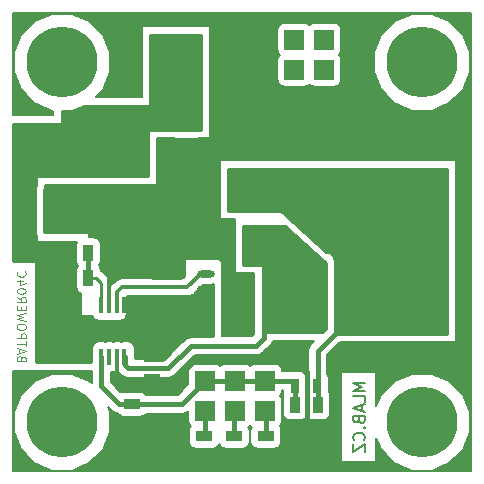
<source format=gbr>
G04 This is an RS-274x file exported by *
G04 gerbv version 2.6.1 *
G04 More information is available about gerbv at *
G04 http://gerbv.geda-project.org/ *
G04 --End of header info--*
%MOIN*%
%FSLAX34Y34*%
%IPPOS*%
G04 --Define apertures--*
%ADD10C,0.0039*%
%ADD11C,0.0079*%
%ADD12R,0.0650X0.0650*%
%ADD13C,0.2362*%
%ADD14R,0.1181X0.2165*%
%ADD15R,0.1500X0.1500*%
%ADD16R,0.0984X0.1004*%
%ADD17R,0.0550X0.0350*%
%ADD18R,0.0350X0.0550*%
%ADD19R,0.1063X0.1004*%
%ADD20R,0.0709X0.0984*%
%ADD21R,0.0984X0.0709*%
%ADD22O,0.0580X0.0240*%
%ADD23R,0.0177X0.0571*%
%ADD24R,0.0276X0.0512*%
%ADD25C,0.0350*%
%ADD26C,0.0100*%
%ADD27C,0.0157*%
%ADD28C,0.0118*%
%ADD29C,0.0394*%
G04 --Start main section--*
G54D11*
G01X0012103Y0003309D02*
G01X0011709Y0003309D01*
G01X0011709Y0003309D02*
G01X0011991Y0003178D01*
G01X0011991Y0003178D02*
G01X0011709Y0003047D01*
G01X0011709Y0003047D02*
G01X0012103Y0003047D01*
G01X0012103Y0002672D02*
G01X0012103Y0002859D01*
G01X0012103Y0002859D02*
G01X0011709Y0002859D01*
G01X0011991Y0002559D02*
G01X0011991Y0002372D01*
G01X0012103Y0002597D02*
G01X0011709Y0002466D01*
G01X0011709Y0002466D02*
G01X0012103Y0002334D01*
G01X0011897Y0002072D02*
G01X0011916Y0002016D01*
G01X0011916Y0002016D02*
G01X0011934Y0001997D01*
G01X0011934Y0001997D02*
G01X0011972Y0001978D01*
G01X0011972Y0001978D02*
G01X0012028Y0001978D01*
G01X0012028Y0001978D02*
G01X0012066Y0001997D01*
G01X0012066Y0001997D02*
G01X0012084Y0002016D01*
G01X0012084Y0002016D02*
G01X0012103Y0002053D01*
G01X0012103Y0002053D02*
G01X0012103Y0002203D01*
G01X0012103Y0002203D02*
G01X0011709Y0002203D01*
G01X0011709Y0002203D02*
G01X0011709Y0002072D01*
G01X0011709Y0002072D02*
G01X0011728Y0002034D01*
G01X0011728Y0002034D02*
G01X0011747Y0002016D01*
G01X0011747Y0002016D02*
G01X0011784Y0001997D01*
G01X0011784Y0001997D02*
G01X0011822Y0001997D01*
G01X0011822Y0001997D02*
G01X0011859Y0002016D01*
G01X0011859Y0002016D02*
G01X0011878Y0002034D01*
G01X0011878Y0002034D02*
G01X0011897Y0002072D01*
G01X0011897Y0002072D02*
G01X0011897Y0002203D01*
G01X0012066Y0001809D02*
G01X0012084Y0001791D01*
G01X0012084Y0001791D02*
G01X0012103Y0001809D01*
G01X0012103Y0001809D02*
G01X0012084Y0001828D01*
G01X0012084Y0001828D02*
G01X0012066Y0001809D01*
G01X0012066Y0001809D02*
G01X0012103Y0001809D01*
G01X0012066Y0001397D02*
G01X0012084Y0001416D01*
G01X0012084Y0001416D02*
G01X0012103Y0001472D01*
G01X0012103Y0001472D02*
G01X0012103Y0001509D01*
G01X0012103Y0001509D02*
G01X0012084Y0001566D01*
G01X0012084Y0001566D02*
G01X0012047Y0001603D01*
G01X0012047Y0001603D02*
G01X0012009Y0001622D01*
G01X0012009Y0001622D02*
G01X0011934Y0001641D01*
G01X0011934Y0001641D02*
G01X0011878Y0001641D01*
G01X0011878Y0001641D02*
G01X0011803Y0001622D01*
G01X0011803Y0001622D02*
G01X0011766Y0001603D01*
G01X0011766Y0001603D02*
G01X0011728Y0001566D01*
G01X0011728Y0001566D02*
G01X0011709Y0001509D01*
G01X0011709Y0001509D02*
G01X0011709Y0001472D01*
G01X0011709Y0001472D02*
G01X0011728Y0001416D01*
G01X0011728Y0001416D02*
G01X0011747Y0001397D01*
G01X0011709Y0001266D02*
G01X0011709Y0001003D01*
G01X0011709Y0001003D02*
G01X0012103Y0001266D01*
G01X0012103Y0001266D02*
G01X0012103Y0001003D01*
G54D10*
G01X0000651Y0004121D02*
G01X0000637Y0004163D01*
G01X0000637Y0004163D02*
G01X0000623Y0004177D01*
G01X0000623Y0004177D02*
G01X0000595Y0004191D01*
G01X0000595Y0004191D02*
G01X0000553Y0004191D01*
G01X0000553Y0004191D02*
G01X0000525Y0004177D01*
G01X0000525Y0004177D02*
G01X0000510Y0004163D01*
G01X0000510Y0004163D02*
G01X0000496Y0004135D01*
G01X0000496Y0004135D02*
G01X0000496Y0004023D01*
G01X0000496Y0004023D02*
G01X0000792Y0004023D01*
G01X0000792Y0004023D02*
G01X0000792Y0004121D01*
G01X0000792Y0004121D02*
G01X0000778Y0004149D01*
G01X0000778Y0004149D02*
G01X0000764Y0004163D01*
G01X0000764Y0004163D02*
G01X0000735Y0004177D01*
G01X0000735Y0004177D02*
G01X0000707Y0004177D01*
G01X0000707Y0004177D02*
G01X0000679Y0004163D01*
G01X0000679Y0004163D02*
G01X0000665Y0004149D01*
G01X0000665Y0004149D02*
G01X0000651Y0004121D01*
G01X0000651Y0004121D02*
G01X0000651Y0004023D01*
G01X0000581Y0004304D02*
G01X0000581Y0004444D01*
G01X0000496Y0004276D02*
G01X0000792Y0004374D01*
G01X0000792Y0004374D02*
G01X0000496Y0004472D01*
G01X0000792Y0004529D02*
G01X0000792Y0004697D01*
G01X0000496Y0004613D02*
G01X0000792Y0004613D01*
G01X0000496Y0004796D02*
G01X0000792Y0004796D01*
G01X0000792Y0004796D02*
G01X0000792Y0004908D01*
G01X0000792Y0004908D02*
G01X0000778Y0004936D01*
G01X0000778Y0004936D02*
G01X0000764Y0004951D01*
G01X0000764Y0004951D02*
G01X0000735Y0004965D01*
G01X0000735Y0004965D02*
G01X0000693Y0004965D01*
G01X0000693Y0004965D02*
G01X0000665Y0004951D01*
G01X0000665Y0004951D02*
G01X0000651Y0004936D01*
G01X0000651Y0004936D02*
G01X0000637Y0004908D01*
G01X0000637Y0004908D02*
G01X0000637Y0004796D01*
G01X0000792Y0005147D02*
G01X0000792Y0005204D01*
G01X0000792Y0005204D02*
G01X0000778Y0005232D01*
G01X0000778Y0005232D02*
G01X0000750Y0005260D01*
G01X0000750Y0005260D02*
G01X0000693Y0005274D01*
G01X0000693Y0005274D02*
G01X0000595Y0005274D01*
G01X0000595Y0005274D02*
G01X0000539Y0005260D01*
G01X0000539Y0005260D02*
G01X0000510Y0005232D01*
G01X0000510Y0005232D02*
G01X0000496Y0005204D01*
G01X0000496Y0005204D02*
G01X0000496Y0005147D01*
G01X0000496Y0005147D02*
G01X0000510Y0005119D01*
G01X0000510Y0005119D02*
G01X0000539Y0005091D01*
G01X0000539Y0005091D02*
G01X0000595Y0005077D01*
G01X0000595Y0005077D02*
G01X0000693Y0005077D01*
G01X0000693Y0005077D02*
G01X0000750Y0005091D01*
G01X0000750Y0005091D02*
G01X0000778Y0005119D01*
G01X0000778Y0005119D02*
G01X0000792Y0005147D01*
G01X0000792Y0005372D02*
G01X0000496Y0005443D01*
G01X0000496Y0005443D02*
G01X0000707Y0005499D01*
G01X0000707Y0005499D02*
G01X0000496Y0005555D01*
G01X0000496Y0005555D02*
G01X0000792Y0005625D01*
G01X0000651Y0005738D02*
G01X0000651Y0005836D01*
G01X0000496Y0005879D02*
G01X0000496Y0005738D01*
G01X0000496Y0005738D02*
G01X0000792Y0005738D01*
G01X0000792Y0005738D02*
G01X0000792Y0005879D01*
G01X0000496Y0006174D02*
G01X0000637Y0006075D01*
G01X0000496Y0006005D02*
G01X0000792Y0006005D01*
G01X0000792Y0006005D02*
G01X0000792Y0006118D01*
G01X0000792Y0006118D02*
G01X0000778Y0006146D01*
G01X0000778Y0006146D02*
G01X0000764Y0006160D01*
G01X0000764Y0006160D02*
G01X0000735Y0006174D01*
G01X0000735Y0006174D02*
G01X0000693Y0006174D01*
G01X0000693Y0006174D02*
G01X0000665Y0006160D01*
G01X0000665Y0006160D02*
G01X0000651Y0006146D01*
G01X0000651Y0006146D02*
G01X0000637Y0006118D01*
G01X0000637Y0006118D02*
G01X0000637Y0006005D01*
G01X0000792Y0006357D02*
G01X0000792Y0006385D01*
G01X0000792Y0006385D02*
G01X0000778Y0006413D01*
G01X0000778Y0006413D02*
G01X0000764Y0006427D01*
G01X0000764Y0006427D02*
G01X0000735Y0006441D01*
G01X0000735Y0006441D02*
G01X0000679Y0006455D01*
G01X0000679Y0006455D02*
G01X0000609Y0006455D01*
G01X0000609Y0006455D02*
G01X0000553Y0006441D01*
G01X0000553Y0006441D02*
G01X0000525Y0006427D01*
G01X0000525Y0006427D02*
G01X0000510Y0006413D01*
G01X0000510Y0006413D02*
G01X0000496Y0006385D01*
G01X0000496Y0006385D02*
G01X0000496Y0006357D01*
G01X0000496Y0006357D02*
G01X0000510Y0006328D01*
G01X0000510Y0006328D02*
G01X0000525Y0006314D01*
G01X0000525Y0006314D02*
G01X0000553Y0006300D01*
G01X0000553Y0006300D02*
G01X0000609Y0006286D01*
G01X0000609Y0006286D02*
G01X0000679Y0006286D01*
G01X0000679Y0006286D02*
G01X0000735Y0006300D01*
G01X0000735Y0006300D02*
G01X0000764Y0006314D01*
G01X0000764Y0006314D02*
G01X0000778Y0006328D01*
G01X0000778Y0006328D02*
G01X0000792Y0006357D01*
G01X0000693Y0006708D02*
G01X0000496Y0006708D01*
G01X0000806Y0006638D02*
G01X0000595Y0006568D01*
G01X0000595Y0006568D02*
G01X0000595Y0006750D01*
G01X0000525Y0007032D02*
G01X0000510Y0007017D01*
G01X0000510Y0007017D02*
G01X0000496Y0006975D01*
G01X0000496Y0006975D02*
G01X0000496Y0006947D01*
G01X0000496Y0006947D02*
G01X0000510Y0006905D01*
G01X0000510Y0006905D02*
G01X0000539Y0006877D01*
G01X0000539Y0006877D02*
G01X0000567Y0006863D01*
G01X0000567Y0006863D02*
G01X0000623Y0006849D01*
G01X0000623Y0006849D02*
G01X0000665Y0006849D01*
G01X0000665Y0006849D02*
G01X0000721Y0006863D01*
G01X0000721Y0006863D02*
G01X0000750Y0006877D01*
G01X0000750Y0006877D02*
G01X0000778Y0006905D01*
G01X0000778Y0006905D02*
G01X0000792Y0006947D01*
G01X0000792Y0006947D02*
G01X0000792Y0006975D01*
G01X0000792Y0006975D02*
G01X0000778Y0007017D01*
G01X0000778Y0007017D02*
G01X0000764Y0007032D01*
G54D12*
G01X0006250Y0013550D03*
G01X0006250Y0014550D03*
G01X0004250Y0013550D03*
G01X0005250Y0013550D03*
G01X0007250Y0013550D03*
G01X0007250Y0014550D03*
G01X0005250Y0014550D03*
G01X0004250Y0014550D03*
G01X0008775Y0002375D03*
G01X0008775Y0003375D03*
G01X0007775Y0002375D03*
G01X0007775Y0003375D03*
G01X0006775Y0002375D03*
G01X0006775Y0003375D03*
G01X0009750Y0014747D03*
G01X0009750Y0013747D03*
G01X0011750Y0014747D03*
G01X0010750Y0014747D03*
G01X0008750Y0014747D03*
G01X0008750Y0013747D03*
G01X0010750Y0013747D03*
G01X0011750Y0013747D03*
G54D13*
G01X0014000Y0002000D03*
G01X0002000Y0014000D03*
G01X0002000Y0002000D03*
G01X0014000Y0014000D03*
G54D14*
G01X0010231Y0006347D03*
G01X0014169Y0006347D03*
G54D15*
G01X0013869Y0011650D03*
G01X0011900Y0011650D03*
G01X0013869Y0009675D03*
G01X0011900Y0009675D03*
G01X0002106Y0011025D03*
G01X0004075Y0011025D03*
G01X0002106Y0009050D03*
G01X0004075Y0009050D03*
G54D16*
G01X0005500Y0007244D03*
G01X0005500Y0005256D03*
G54D17*
G01X0005000Y0004175D03*
G01X0005000Y0003425D03*
G54D18*
G01X0002125Y0006800D03*
G01X0002875Y0006800D03*
G01X0010525Y0002577D03*
G01X0009775Y0002577D03*
G54D17*
G01X0004325Y0002600D03*
G01X0004325Y0001850D03*
G54D19*
G01X0010100Y0012200D03*
G01X0010100Y0009700D03*
G01X0008150Y0012250D03*
G01X0008150Y0009750D03*
G54D20*
G01X0006150Y0010613D03*
G01X0006150Y0012187D03*
G54D21*
G01X0007013Y0008150D03*
G01X0008587Y0008150D03*
G54D22*
G01X0006800Y0005450D03*
G01X0006800Y0005950D03*
G01X0006800Y0006450D03*
G01X0006800Y0006950D03*
G01X0009000Y0006950D03*
G01X0009000Y0006450D03*
G01X0009000Y0005950D03*
G01X0009000Y0005450D03*
G54D18*
G01X0002125Y0007650D03*
G01X0002875Y0007650D03*
G54D17*
G01X0007750Y0001525D03*
G01X0007750Y0000775D03*
G01X0006750Y0001525D03*
G01X0006750Y0000775D03*
G01X0008800Y0001525D03*
G01X0008800Y0000775D03*
G54D23*
G01X0004084Y0004184D03*
G01X0003828Y0004184D03*
G01X0003572Y0004184D03*
G01X0003316Y0004184D03*
G01X0003316Y0005916D03*
G01X0003572Y0005916D03*
G01X0003828Y0005916D03*
G01X0004084Y0005916D03*
G54D24*
G01X0010504Y0003210D03*
G01X0009756Y0003210D03*
G54D25*
G01X0009480Y0004030D03*
G01X0010030Y0004570D03*
G01X0010020Y0004020D03*
G01X0007120Y0004090D03*
G01X0010171Y0001544D03*
G01X0011040Y0001520D03*
G01X0011120Y0004130D03*
G01X0012800Y0004200D03*
G01X0005580Y0003180D03*
G01X0004350Y0003210D03*
G01X0008600Y0011300D03*
G01X0007400Y0011200D03*
G01X0005400Y0009900D03*
G01X0005400Y0009200D03*
G01X0006500Y0009800D03*
G01X0006400Y0008900D03*
G01X0006200Y0008000D03*
G01X0005500Y0008200D03*
G01X0004300Y0007900D03*
G01X0004400Y0007200D03*
G01X0003700Y0006850D03*
G01X0003840Y0003390D03*
G01X0004390Y0001170D03*
G01X0005060Y0001780D03*
G01X0005850Y0001820D03*
G01X0005870Y0000800D03*
G01X0007250Y0000790D03*
G01X0008290Y0000800D03*
G01X0009328Y0000921D03*
G01X0007540Y0006610D03*
G01X0008150Y0006610D03*
G01X0007560Y0006010D03*
G01X0008150Y0006030D03*
G01X0007580Y0005380D03*
G01X0008130Y0005340D03*
G54D26*
G01X0009510Y0004030D02*
G01X0009480Y0004030D01*
G01X0009515Y0004035D02*
G01X0009510Y0004030D01*
G01X0007120Y0004090D02*
G01X0009420Y0004090D01*
G01X0010020Y0004020D02*
G01X0009530Y0004020D01*
G01X0009530Y0004020D02*
G01X0009515Y0004035D01*
G01X0009501Y0003879D02*
G01X0009515Y0003893D01*
G01X0009420Y0004090D02*
G01X0009480Y0004030D01*
G01X0009515Y0003893D02*
G01X0009515Y0004035D01*
G54D27*
G01X0010171Y0001544D02*
G01X0010171Y0003679D01*
G01X0010171Y0003679D02*
G01X0009971Y0003879D01*
G01X0009971Y0003879D02*
G01X0009501Y0003879D01*
G54D26*
G01X0005580Y0003180D02*
G01X0006490Y0004090D01*
G01X0006490Y0004090D02*
G01X0006873Y0004090D01*
G01X0006873Y0004090D02*
G01X0007120Y0004090D01*
G54D27*
G01X0010140Y0001170D02*
G01X0010171Y0001201D01*
G01X0009577Y0001170D02*
G01X0010140Y0001170D01*
G01X0010171Y0001201D02*
G01X0010171Y0001544D01*
G54D26*
G01X0011040Y0004050D02*
G01X0011120Y0004130D01*
G01X0011040Y0001520D02*
G01X0011040Y0004050D01*
G01X0003840Y0003390D02*
G01X0004170Y0003390D01*
G01X0004170Y0003390D02*
G01X0004350Y0003210D01*
G01X0006500Y0009800D02*
G01X0006500Y0010300D01*
G01X0006500Y0010300D02*
G01X0007400Y0011200D01*
G01X0005400Y0009900D02*
G01X0006400Y0009900D01*
G01X0006400Y0009900D02*
G01X0006500Y0009800D01*
G01X0006500Y0009800D02*
G01X0005900Y0009200D01*
G01X0005900Y0009200D02*
G01X0005400Y0009200D01*
G01X0006200Y0008000D02*
G01X0006200Y0008700D01*
G01X0006200Y0008700D02*
G01X0006400Y0008900D01*
G01X0004300Y0007900D02*
G01X0005200Y0007900D01*
G01X0005200Y0007900D02*
G01X0005500Y0008200D01*
G01X0003700Y0006850D02*
G01X0004050Y0006850D01*
G01X0004050Y0006850D02*
G01X0004400Y0007200D01*
G54D28*
G01X0003572Y0005916D02*
G01X0003572Y0006722D01*
G01X0003572Y0006722D02*
G01X0003700Y0006850D01*
G01X0003572Y0005916D02*
G01X0003572Y0008547D01*
G01X0003572Y0008547D02*
G01X0004075Y0009050D01*
G01X0003828Y0003422D02*
G01X0003831Y0003425D01*
G01X0003831Y0003425D02*
G01X0005000Y0003425D01*
G01X0003828Y0004184D02*
G01X0003828Y0003422D01*
G01X0003840Y0003410D02*
G01X0003840Y0003390D01*
G01X0003828Y0003422D02*
G01X0003840Y0003410D01*
G54D27*
G01X0009182Y0000775D02*
G01X0009577Y0001170D01*
G01X0008750Y0000775D02*
G01X0009182Y0000775D01*
G54D26*
G01X0004325Y0001235D02*
G01X0004390Y0001170D01*
G01X0004325Y0001850D02*
G01X0004325Y0001235D01*
G01X0005307Y0001780D02*
G01X0005397Y0001870D01*
G01X0005060Y0001780D02*
G01X0005307Y0001780D01*
G01X0005800Y0001870D02*
G01X0005850Y0001820D01*
G01X0005397Y0001870D02*
G01X0005800Y0001870D01*
G01X0007240Y0000800D02*
G01X0007250Y0000790D01*
G01X0005870Y0000800D02*
G01X0007240Y0000800D01*
G01X0009207Y0000800D02*
G01X0009328Y0000921D01*
G01X0008290Y0000800D02*
G01X0009207Y0000800D01*
G01X0007540Y0007169D02*
G01X0007540Y0006610D01*
G01X0007013Y0007696D02*
G01X0007540Y0007169D01*
G01X0007013Y0008150D02*
G01X0007013Y0007696D01*
G01X0008150Y0006600D02*
G01X0007560Y0006010D01*
G01X0008150Y0006610D02*
G01X0008150Y0006600D01*
G01X0008150Y0005950D02*
G01X0007580Y0005380D01*
G01X0008150Y0006030D02*
G01X0008150Y0005950D01*
G54D29*
G01X0005500Y0005256D02*
G01X0005500Y0004360D01*
G01X0005500Y0004360D02*
G01X0005333Y0004194D01*
G01X0005333Y0004194D02*
G01X0005000Y0004194D01*
G54D28*
G01X0004084Y0005916D02*
G01X0004850Y0005916D01*
G01X0004850Y0005916D02*
G01X0005500Y0005266D01*
G01X0005500Y0005266D02*
G01X0005500Y0005256D01*
G54D29*
G01X0006250Y0014550D02*
G01X0006250Y0012287D01*
G01X0006250Y0012287D02*
G01X0006150Y0012187D01*
G01X0006250Y0014550D02*
G01X0006250Y0013550D01*
G01X0005250Y0013550D02*
G01X0006250Y0013550D01*
G01X0005250Y0014550D02*
G01X0005250Y0013550D01*
G01X0003128Y0012197D02*
G01X0002081Y0011150D01*
G01X0005392Y0012197D02*
G01X0003128Y0012197D01*
G01X0005402Y0012187D02*
G01X0005392Y0012197D01*
G01X0006150Y0012187D02*
G01X0005402Y0012187D01*
G54D26*
G01X0003316Y0005916D02*
G01X0003316Y0006634D01*
G01X0003316Y0006634D02*
G01X0003150Y0006800D01*
G01X0003150Y0006800D02*
G01X0002875Y0006800D01*
G54D27*
G01X0002874Y0007650D02*
G01X0002874Y0006880D01*
G01X0010525Y0003250D02*
G01X0010525Y0002577D01*
G01X0010525Y0004375D02*
G01X0010525Y0003250D01*
G01X0010525Y0004375D02*
G01X0012300Y0006150D01*
G01X0012300Y0006150D02*
G01X0014169Y0006150D01*
G01X0008775Y0003375D02*
G01X0009650Y0003375D01*
G01X0006775Y0003375D02*
G01X0008775Y0003375D01*
G01X0006775Y0003375D02*
G01X0007775Y0003375D01*
G01X0004325Y0002600D02*
G01X0006000Y0002600D01*
G01X0006000Y0002600D02*
G01X0006775Y0003375D01*
G01X0004325Y0002600D02*
G01X0003893Y0002600D01*
G01X0003893Y0002600D02*
G01X0003305Y0003188D01*
G01X0003305Y0003188D02*
G01X0003305Y0003755D01*
G01X0003305Y0003755D02*
G01X0003305Y0004184D01*
G01X0009775Y0003250D02*
G01X0009775Y0002577D01*
G01X0009650Y0003375D02*
G01X0009775Y0003250D01*
G01X0004095Y0003905D02*
G01X0004095Y0004184D01*
G01X0004200Y0003800D02*
G01X0004095Y0003905D01*
G01X0004687Y0003800D02*
G01X0004200Y0003800D01*
G01X0008967Y0005140D02*
G01X0009000Y0005173D01*
G01X0008730Y0005140D02*
G01X0008967Y0005140D01*
G01X0009000Y0005173D02*
G01X0009000Y0005450D01*
G01X0008730Y0004810D02*
G01X0008730Y0005140D01*
G01X0008466Y0004546D02*
G01X0008730Y0004810D01*
G01X0006294Y0004546D02*
G01X0008466Y0004546D01*
G01X0005548Y0003800D02*
G01X0006294Y0004546D01*
G01X0004687Y0003800D02*
G01X0005548Y0003800D01*
G01X0008800Y0001525D02*
G01X0008800Y0002350D01*
G01X0008800Y0002350D02*
G01X0008775Y0002375D01*
G01X0007750Y0001525D02*
G01X0007750Y0002350D01*
G01X0007750Y0002350D02*
G01X0007775Y0002375D01*
G01X0006775Y0002375D02*
G01X0006775Y0001550D01*
G01X0006775Y0001550D02*
G01X0006750Y0001525D01*
G54D28*
G01X0006180Y0006500D02*
G01X0004007Y0006500D01*
G01X0004007Y0006500D02*
G01X0003828Y0006321D01*
G01X0003828Y0006321D02*
G01X0003828Y0006320D01*
G01X0003828Y0006320D02*
G01X0003828Y0005916D01*
G01X0006630Y0006950D02*
G01X0006180Y0006500D01*
G54D27*
G01X0006630Y0006950D02*
G01X0006800Y0006950D01*
G54D26*
G36*
G01X0010800Y0005115D02*
G01X0010685Y0005000D01*
G01X0008700Y0005000D01*
G01X0008700Y0007250D01*
G01X0008050Y0007250D01*
G01X0008050Y0008550D01*
G01X0009422Y0008550D01*
G01X0010800Y0007290D01*
G01X0010800Y0005115D01*
G01X0010800Y0005115D01*
G37*
G01X0010800Y0005115D02*
G01X0010685Y0005000D01*
G01X0010685Y0005000D02*
G01X0008700Y0005000D01*
G01X0008700Y0005000D02*
G01X0008700Y0007250D01*
G01X0008700Y0007250D02*
G01X0008050Y0007250D01*
G01X0008050Y0007250D02*
G01X0008050Y0008550D01*
G01X0008050Y0008550D02*
G01X0009422Y0008550D01*
G01X0009422Y0008550D02*
G01X0010800Y0007290D01*
G01X0010800Y0007290D02*
G01X0010800Y0005115D01*
G36*
G01X0014850Y0004950D02*
G01X0012050Y0004950D01*
G01X0011100Y0004950D01*
G01X0011100Y0007422D01*
G01X0011074Y0007446D01*
G01X0011058Y0007525D01*
G01X0011003Y0007609D01*
G01X0010920Y0007665D01*
G01X0010822Y0007684D01*
G01X0010813Y0007684D01*
G01X0009319Y0009050D01*
G01X0007550Y0009050D01*
G01X0007550Y0010450D01*
G01X0010800Y0010450D01*
G01X0014800Y0010450D01*
G01X0014850Y0010450D01*
G01X0014850Y0004950D01*
G01X0014850Y0004950D01*
G37*
G01X0014850Y0004950D02*
G01X0012050Y0004950D01*
G01X0012050Y0004950D02*
G01X0011100Y0004950D01*
G01X0011100Y0004950D02*
G01X0011100Y0007422D01*
G01X0011100Y0007422D02*
G01X0011074Y0007446D01*
G01X0011074Y0007446D02*
G01X0011058Y0007525D01*
G01X0011058Y0007525D02*
G01X0011003Y0007609D01*
G01X0011003Y0007609D02*
G01X0010920Y0007665D01*
G01X0010920Y0007665D02*
G01X0010822Y0007684D01*
G01X0010822Y0007684D02*
G01X0010813Y0007684D01*
G01X0010813Y0007684D02*
G01X0009319Y0009050D01*
G01X0009319Y0009050D02*
G01X0007550Y0009050D01*
G01X0007550Y0009050D02*
G01X0007550Y0010450D01*
G01X0007550Y0010450D02*
G01X0010800Y0010450D01*
G01X0010800Y0010450D02*
G01X0014800Y0010450D01*
G01X0014800Y0010450D02*
G01X0014850Y0010450D01*
G01X0014850Y0010450D02*
G01X0014850Y0004950D01*
G54D11*
G36*
G01X0010411Y0004711D02*
G01X0010300Y0004600D01*
G01X0010231Y0004497D01*
G01X0010207Y0004375D01*
G01X0010207Y0003648D01*
G01X0010195Y0003640D01*
G01X0010141Y0003560D01*
G01X0010130Y0003506D01*
G01X0010120Y0003557D01*
G01X0010067Y0003637D01*
G01X0009988Y0003691D01*
G01X0009894Y0003710D01*
G01X0009618Y0003710D01*
G01X0009531Y0003693D01*
G01X0009344Y0003693D01*
G01X0009344Y0003700D01*
G01X0009326Y0003791D01*
G01X0009274Y0003871D01*
G01X0009194Y0003925D01*
G01X0009100Y0003944D01*
G01X0008450Y0003944D01*
G01X0008359Y0003926D01*
G01X0008279Y0003874D01*
G01X0008275Y0003869D01*
G01X0008274Y0003871D01*
G01X0008194Y0003925D01*
G01X0008100Y0003944D01*
G01X0007450Y0003944D01*
G01X0007359Y0003926D01*
G01X0007279Y0003874D01*
G01X0007275Y0003869D01*
G01X0007274Y0003871D01*
G01X0007194Y0003925D01*
G01X0007100Y0003944D01*
G01X0006450Y0003944D01*
G01X0006359Y0003926D01*
G01X0006279Y0003874D01*
G01X0006225Y0003794D01*
G01X0006206Y0003700D01*
G01X0006206Y0003256D01*
G01X0005868Y0002918D01*
G01X0004792Y0002918D01*
G01X0004774Y0002946D01*
G01X0004694Y0003000D01*
G01X0004600Y0003019D01*
G01X0004050Y0003019D01*
G01X0003959Y0003001D01*
G01X0003948Y0002994D01*
G01X0003623Y0003320D01*
G01X0003623Y0003654D01*
G01X0003661Y0003654D01*
G01X0003752Y0003672D01*
G01X0003811Y0003711D01*
G01X0003846Y0003711D01*
G01X0003853Y0003706D01*
G01X0003870Y0003680D01*
G01X0003975Y0003575D01*
G01X0003975Y0003575D01*
G01X0004044Y0003529D01*
G01X0004078Y0003506D01*
G01X0004078Y0003506D01*
G01X0004200Y0003482D01*
G01X0004687Y0003482D01*
G01X0005548Y0003482D01*
G01X0005670Y0003506D01*
G01X0005670Y0003506D01*
G01X0005773Y0003575D01*
G01X0006426Y0004228D01*
G01X0008466Y0004228D01*
G01X0008588Y0004252D01*
G01X0008588Y0004252D01*
G01X0008691Y0004321D01*
G01X0008955Y0004585D01*
G01X0009024Y0004688D01*
G01X0009024Y0004688D01*
G01X0009028Y0004708D01*
G01X0009028Y0004711D01*
G01X0010411Y0004711D01*
G01X0010411Y0004711D01*
G37*
G01X0010411Y0004711D02*
G01X0010300Y0004600D01*
G01X0010300Y0004600D02*
G01X0010231Y0004497D01*
G01X0010231Y0004497D02*
G01X0010207Y0004375D01*
G01X0010207Y0004375D02*
G01X0010207Y0003648D01*
G01X0010207Y0003648D02*
G01X0010195Y0003640D01*
G01X0010195Y0003640D02*
G01X0010141Y0003560D01*
G01X0010141Y0003560D02*
G01X0010130Y0003506D01*
G01X0010130Y0003506D02*
G01X0010120Y0003557D01*
G01X0010120Y0003557D02*
G01X0010067Y0003637D01*
G01X0010067Y0003637D02*
G01X0009988Y0003691D01*
G01X0009988Y0003691D02*
G01X0009894Y0003710D01*
G01X0009894Y0003710D02*
G01X0009618Y0003710D01*
G01X0009618Y0003710D02*
G01X0009531Y0003693D01*
G01X0009531Y0003693D02*
G01X0009344Y0003693D01*
G01X0009344Y0003693D02*
G01X0009344Y0003700D01*
G01X0009344Y0003700D02*
G01X0009326Y0003791D01*
G01X0009326Y0003791D02*
G01X0009274Y0003871D01*
G01X0009274Y0003871D02*
G01X0009194Y0003925D01*
G01X0009194Y0003925D02*
G01X0009100Y0003944D01*
G01X0009100Y0003944D02*
G01X0008450Y0003944D01*
G01X0008450Y0003944D02*
G01X0008359Y0003926D01*
G01X0008359Y0003926D02*
G01X0008279Y0003874D01*
G01X0008279Y0003874D02*
G01X0008275Y0003869D01*
G01X0008275Y0003869D02*
G01X0008274Y0003871D01*
G01X0008274Y0003871D02*
G01X0008194Y0003925D01*
G01X0008194Y0003925D02*
G01X0008100Y0003944D01*
G01X0008100Y0003944D02*
G01X0007450Y0003944D01*
G01X0007450Y0003944D02*
G01X0007359Y0003926D01*
G01X0007359Y0003926D02*
G01X0007279Y0003874D01*
G01X0007279Y0003874D02*
G01X0007275Y0003869D01*
G01X0007275Y0003869D02*
G01X0007274Y0003871D01*
G01X0007274Y0003871D02*
G01X0007194Y0003925D01*
G01X0007194Y0003925D02*
G01X0007100Y0003944D01*
G01X0007100Y0003944D02*
G01X0006450Y0003944D01*
G01X0006450Y0003944D02*
G01X0006359Y0003926D01*
G01X0006359Y0003926D02*
G01X0006279Y0003874D01*
G01X0006279Y0003874D02*
G01X0006225Y0003794D01*
G01X0006225Y0003794D02*
G01X0006206Y0003700D01*
G01X0006206Y0003700D02*
G01X0006206Y0003256D01*
G01X0006206Y0003256D02*
G01X0005868Y0002918D01*
G01X0005868Y0002918D02*
G01X0004792Y0002918D01*
G01X0004792Y0002918D02*
G01X0004774Y0002946D01*
G01X0004774Y0002946D02*
G01X0004694Y0003000D01*
G01X0004694Y0003000D02*
G01X0004600Y0003019D01*
G01X0004600Y0003019D02*
G01X0004050Y0003019D01*
G01X0004050Y0003019D02*
G01X0003959Y0003001D01*
G01X0003959Y0003001D02*
G01X0003948Y0002994D01*
G01X0003948Y0002994D02*
G01X0003623Y0003320D01*
G01X0003623Y0003320D02*
G01X0003623Y0003654D01*
G01X0003623Y0003654D02*
G01X0003661Y0003654D01*
G01X0003661Y0003654D02*
G01X0003752Y0003672D01*
G01X0003752Y0003672D02*
G01X0003811Y0003711D01*
G01X0003811Y0003711D02*
G01X0003846Y0003711D01*
G01X0003846Y0003711D02*
G01X0003853Y0003706D01*
G01X0003853Y0003706D02*
G01X0003870Y0003680D01*
G01X0003870Y0003680D02*
G01X0003975Y0003575D01*
G01X0003975Y0003575D02*
G01X0003975Y0003575D01*
G01X0003975Y0003575D02*
G01X0004044Y0003529D01*
G01X0004044Y0003529D02*
G01X0004078Y0003506D01*
G01X0004078Y0003506D02*
G01X0004078Y0003506D01*
G01X0004078Y0003506D02*
G01X0004200Y0003482D01*
G01X0004200Y0003482D02*
G01X0004687Y0003482D01*
G01X0004687Y0003482D02*
G01X0005548Y0003482D01*
G01X0005548Y0003482D02*
G01X0005670Y0003506D01*
G01X0005670Y0003506D02*
G01X0005670Y0003506D01*
G01X0005670Y0003506D02*
G01X0005773Y0003575D01*
G01X0005773Y0003575D02*
G01X0006426Y0004228D01*
G01X0006426Y0004228D02*
G01X0008466Y0004228D01*
G01X0008466Y0004228D02*
G01X0008588Y0004252D01*
G01X0008588Y0004252D02*
G01X0008588Y0004252D01*
G01X0008588Y0004252D02*
G01X0008691Y0004321D01*
G01X0008691Y0004321D02*
G01X0008955Y0004585D01*
G01X0008955Y0004585D02*
G01X0009024Y0004688D01*
G01X0009024Y0004688D02*
G01X0009024Y0004688D01*
G01X0009024Y0004688D02*
G01X0009028Y0004708D01*
G01X0009028Y0004708D02*
G01X0009028Y0004711D01*
G01X0009028Y0004711D02*
G01X0010411Y0004711D01*
G36*
G01X0015640Y0000360D02*
G01X0015614Y0000360D01*
G01X0015614Y0002320D01*
G01X0015614Y0014320D01*
G01X0015369Y0014913D01*
G01X0014916Y0015368D01*
G01X0014322Y0015614D01*
G01X0013680Y0015614D01*
G01X0013087Y0015369D01*
G01X0012632Y0014916D01*
G01X0012386Y0014322D01*
G01X0012386Y0013680D01*
G01X0012631Y0013087D01*
G01X0013084Y0012632D01*
G01X0013678Y0012386D01*
G01X0014320Y0012386D01*
G01X0014913Y0012631D01*
G01X0015368Y0013084D01*
G01X0015614Y0013678D01*
G01X0015614Y0014320D01*
G01X0015614Y0002320D01*
G01X0015369Y0002913D01*
G01X0014916Y0003368D01*
G01X0014322Y0003614D01*
G01X0013680Y0003614D01*
G01X0013087Y0003369D01*
G01X0012632Y0002916D01*
G01X0012479Y0002547D01*
G01X0012479Y0003682D01*
G01X0011292Y0003682D01*
G01X0011292Y0000668D01*
G01X0012479Y0000668D01*
G01X0012479Y0001453D01*
G01X0012631Y0001087D01*
G01X0013084Y0000632D01*
G01X0013678Y0000386D01*
G01X0014320Y0000386D01*
G01X0014913Y0000631D01*
G01X0015368Y0001084D01*
G01X0015614Y0001678D01*
G01X0015614Y0002320D01*
G01X0015614Y0000360D01*
G01X0000360Y0000360D01*
G01X0000360Y0003693D01*
G01X0001135Y0003693D01*
G01X0001135Y0003711D01*
G01X0002987Y0003711D01*
G01X0002987Y0003296D01*
G01X0002916Y0003368D01*
G01X0002322Y0003614D01*
G01X0001680Y0003614D01*
G01X0001087Y0003369D01*
G01X0000632Y0002916D01*
G01X0000386Y0002322D01*
G01X0000386Y0001680D01*
G01X0000631Y0001087D01*
G01X0001084Y0000632D01*
G01X0001678Y0000386D01*
G01X0002320Y0000386D01*
G01X0002913Y0000631D01*
G01X0003368Y0001084D01*
G01X0003614Y0001678D01*
G01X0003614Y0002320D01*
G01X0003538Y0002505D01*
G01X0003668Y0002375D01*
G01X0003771Y0002306D01*
G01X0003771Y0002306D01*
G01X0003791Y0002302D01*
G01X0003852Y0002290D01*
G01X0003876Y0002254D01*
G01X0003956Y0002200D01*
G01X0004050Y0002181D01*
G01X0004600Y0002181D01*
G01X0004691Y0002199D01*
G01X0004771Y0002251D01*
G01X0004792Y0002282D01*
G01X0006000Y0002282D01*
G01X0006122Y0002306D01*
G01X0006122Y0002306D01*
G01X0006206Y0002362D01*
G01X0006206Y0002050D01*
G01X0006224Y0001959D01*
G01X0006276Y0001879D01*
G01X0006297Y0001864D01*
G01X0006250Y0001794D01*
G01X0006231Y0001700D01*
G01X0006231Y0001350D01*
G01X0006249Y0001259D01*
G01X0006301Y0001179D01*
G01X0006381Y0001125D01*
G01X0006475Y0001106D01*
G01X0007025Y0001106D01*
G01X0007116Y0001124D01*
G01X0007196Y0001176D01*
G01X0007250Y0001256D01*
G01X0007250Y0001256D01*
G01X0007301Y0001179D01*
G01X0007381Y0001125D01*
G01X0007475Y0001106D01*
G01X0008025Y0001106D01*
G01X0008116Y0001124D01*
G01X0008196Y0001176D01*
G01X0008250Y0001256D01*
G01X0008269Y0001350D01*
G01X0008269Y0001700D01*
G01X0008251Y0001791D01*
G01X0008218Y0001841D01*
G01X0008271Y0001876D01*
G01X0008275Y0001881D01*
G01X0008276Y0001879D01*
G01X0008332Y0001841D01*
G01X0008300Y0001794D01*
G01X0008281Y0001700D01*
G01X0008281Y0001350D01*
G01X0008299Y0001259D01*
G01X0008351Y0001179D01*
G01X0008431Y0001125D01*
G01X0008525Y0001106D01*
G01X0009075Y0001106D01*
G01X0009166Y0001124D01*
G01X0009246Y0001176D01*
G01X0009300Y0001256D01*
G01X0009319Y0001350D01*
G01X0009319Y0001700D01*
G01X0009301Y0001791D01*
G01X0009253Y0001864D01*
G01X0009271Y0001876D01*
G01X0009325Y0001956D01*
G01X0009344Y0002050D01*
G01X0009344Y0002700D01*
G01X0009326Y0002791D01*
G01X0009274Y0002871D01*
G01X0009269Y0002875D01*
G01X0009271Y0002876D01*
G01X0009325Y0002956D01*
G01X0009344Y0003050D01*
G01X0009344Y0003057D01*
G01X0009374Y0003057D01*
G01X0009374Y0002954D01*
G01X0009376Y0002947D01*
G01X0009375Y0002946D01*
G01X0009356Y0002852D01*
G01X0009356Y0002302D01*
G01X0009374Y0002211D01*
G01X0009426Y0002130D01*
G01X0009506Y0002077D01*
G01X0009600Y0002058D01*
G01X0009950Y0002058D01*
G01X0010041Y0002075D01*
G01X0010121Y0002128D01*
G01X0010150Y0002170D01*
G01X0010176Y0002130D01*
G01X0010256Y0002077D01*
G01X0010350Y0002058D01*
G01X0010700Y0002058D01*
G01X0010791Y0002075D01*
G01X0010871Y0002128D01*
G01X0010925Y0002208D01*
G01X0010944Y0002302D01*
G01X0010944Y0002852D01*
G01X0010926Y0002943D01*
G01X0010886Y0003005D01*
G01X0010886Y0003466D01*
G01X0010868Y0003557D01*
G01X0010843Y0003595D01*
G01X0010843Y0004243D01*
G01X0011261Y0004661D01*
G01X0012050Y0004661D01*
G01X0015139Y0004661D01*
G01X0015139Y0010739D01*
G01X0014800Y0010739D01*
G01X0011319Y0010739D01*
G01X0011319Y0013422D01*
G01X0011319Y0014072D01*
G01X0011301Y0014163D01*
G01X0011249Y0014243D01*
G01X0011244Y0014247D01*
G01X0011246Y0014248D01*
G01X0011300Y0014328D01*
G01X0011319Y0014422D01*
G01X0011319Y0015072D01*
G01X0011301Y0015163D01*
G01X0011249Y0015243D01*
G01X0011169Y0015297D01*
G01X0011075Y0015316D01*
G01X0010425Y0015316D01*
G01X0010334Y0015298D01*
G01X0010254Y0015246D01*
G01X0010250Y0015241D01*
G01X0010249Y0015243D01*
G01X0010169Y0015297D01*
G01X0010075Y0015316D01*
G01X0009425Y0015316D01*
G01X0009334Y0015298D01*
G01X0009254Y0015246D01*
G01X0009200Y0015166D01*
G01X0009181Y0015072D01*
G01X0009181Y0014422D01*
G01X0009199Y0014331D01*
G01X0009251Y0014250D01*
G01X0009256Y0014247D01*
G01X0009254Y0014246D01*
G01X0009200Y0014166D01*
G01X0009181Y0014072D01*
G01X0009181Y0013422D01*
G01X0009199Y0013331D01*
G01X0009251Y0013250D01*
G01X0009331Y0013197D01*
G01X0009425Y0013178D01*
G01X0010075Y0013178D01*
G01X0010166Y0013195D01*
G01X0010246Y0013248D01*
G01X0010250Y0013253D01*
G01X0010251Y0013250D01*
G01X0010331Y0013197D01*
G01X0010425Y0013178D01*
G01X0011075Y0013178D01*
G01X0011166Y0013195D01*
G01X0011246Y0013248D01*
G01X0011300Y0013328D01*
G01X0011319Y0013422D01*
G01X0011319Y0010739D01*
G01X0010800Y0010739D01*
G01X0007261Y0010739D01*
G01X0007261Y0008761D01*
G01X0007761Y0008761D01*
G01X0007761Y0006961D01*
G01X0008411Y0006961D01*
G01X0008411Y0004941D01*
G01X0008335Y0004864D01*
G01X0007339Y0004864D01*
G01X0007339Y0005448D01*
G01X0007340Y0005450D01*
G01X0007339Y0005452D01*
G01X0007339Y0005948D01*
G01X0007340Y0005950D01*
G01X0007339Y0005952D01*
G01X0007339Y0006448D01*
G01X0007340Y0006450D01*
G01X0007339Y0006452D01*
G01X0007339Y0006948D01*
G01X0007340Y0006950D01*
G01X0007339Y0006952D01*
G01X0007339Y0007439D01*
G01X0006111Y0007439D01*
G01X0006111Y0006853D01*
G01X0006056Y0006798D01*
G01X0004007Y0006798D01*
G01X0003893Y0006776D01*
G01X0003796Y0006711D01*
G01X0003617Y0006532D01*
G01X0003606Y0006514D01*
G01X0003606Y0006634D01*
G01X0003583Y0006745D01*
G01X0003521Y0006838D01*
G01X0003521Y0006838D01*
G01X0003355Y0007005D01*
G01X0003294Y0007045D01*
G01X0003294Y0007075D01*
G01X0003276Y0007166D01*
G01X0003238Y0007225D01*
G01X0003275Y0007281D01*
G01X0003294Y0007375D01*
G01X0003294Y0007925D01*
G01X0003276Y0008016D01*
G01X0003224Y0008096D01*
G01X0003144Y0008150D01*
G01X0003050Y0008169D01*
G01X0002889Y0008169D01*
G01X0002889Y0008289D01*
G01X0001439Y0008289D01*
G01X0001439Y0009911D01*
G01X0005164Y0009911D01*
G01X0005164Y0011461D01*
G01X0005747Y0011461D01*
G01X0005796Y0011451D01*
G01X0006505Y0011451D01*
G01X0006554Y0011461D01*
G01X0006939Y0011461D01*
G01X0006939Y0015189D01*
G01X0004661Y0015189D01*
G01X0004661Y0012839D01*
G01X0003122Y0012839D01*
G01X0003368Y0013084D01*
G01X0003614Y0013678D01*
G01X0003614Y0014320D01*
G01X0003369Y0014913D01*
G01X0002916Y0015368D01*
G01X0002322Y0015614D01*
G01X0001680Y0015614D01*
G01X0001087Y0015369D01*
G01X0000632Y0014916D01*
G01X0000386Y0014322D01*
G01X0000386Y0013680D01*
G01X0000631Y0013087D01*
G01X0001084Y0012632D01*
G01X0001678Y0012386D01*
G01X0001711Y0012386D01*
G01X0001711Y0012239D01*
G01X0000360Y0012239D01*
G01X0000360Y0015640D01*
G01X0015640Y0015640D01*
G01X0015640Y0000360D01*
G01X0015640Y0000360D01*
G37*
G01X0015640Y0000360D02*
G01X0015614Y0000360D01*
G01X0015614Y0000360D02*
G01X0015614Y0002320D01*
G01X0015614Y0002320D02*
G01X0015614Y0014320D01*
G01X0015614Y0014320D02*
G01X0015369Y0014913D01*
G01X0015369Y0014913D02*
G01X0014916Y0015368D01*
G01X0014916Y0015368D02*
G01X0014322Y0015614D01*
G01X0014322Y0015614D02*
G01X0013680Y0015614D01*
G01X0013680Y0015614D02*
G01X0013087Y0015369D01*
G01X0013087Y0015369D02*
G01X0012632Y0014916D01*
G01X0012632Y0014916D02*
G01X0012386Y0014322D01*
G01X0012386Y0014322D02*
G01X0012386Y0013680D01*
G01X0012386Y0013680D02*
G01X0012631Y0013087D01*
G01X0012631Y0013087D02*
G01X0013084Y0012632D01*
G01X0013084Y0012632D02*
G01X0013678Y0012386D01*
G01X0013678Y0012386D02*
G01X0014320Y0012386D01*
G01X0014320Y0012386D02*
G01X0014913Y0012631D01*
G01X0014913Y0012631D02*
G01X0015368Y0013084D01*
G01X0015368Y0013084D02*
G01X0015614Y0013678D01*
G01X0015614Y0013678D02*
G01X0015614Y0014320D01*
G01X0015614Y0014320D02*
G01X0015614Y0002320D01*
G01X0015614Y0002320D02*
G01X0015369Y0002913D01*
G01X0015369Y0002913D02*
G01X0014916Y0003368D01*
G01X0014916Y0003368D02*
G01X0014322Y0003614D01*
G01X0014322Y0003614D02*
G01X0013680Y0003614D01*
G01X0013680Y0003614D02*
G01X0013087Y0003369D01*
G01X0013087Y0003369D02*
G01X0012632Y0002916D01*
G01X0012632Y0002916D02*
G01X0012479Y0002547D01*
G01X0012479Y0002547D02*
G01X0012479Y0003682D01*
G01X0012479Y0003682D02*
G01X0011292Y0003682D01*
G01X0011292Y0003682D02*
G01X0011292Y0000668D01*
G01X0011292Y0000668D02*
G01X0012479Y0000668D01*
G01X0012479Y0000668D02*
G01X0012479Y0001453D01*
G01X0012479Y0001453D02*
G01X0012631Y0001087D01*
G01X0012631Y0001087D02*
G01X0013084Y0000632D01*
G01X0013084Y0000632D02*
G01X0013678Y0000386D01*
G01X0013678Y0000386D02*
G01X0014320Y0000386D01*
G01X0014320Y0000386D02*
G01X0014913Y0000631D01*
G01X0014913Y0000631D02*
G01X0015368Y0001084D01*
G01X0015368Y0001084D02*
G01X0015614Y0001678D01*
G01X0015614Y0001678D02*
G01X0015614Y0002320D01*
G01X0015614Y0002320D02*
G01X0015614Y0000360D01*
G01X0015614Y0000360D02*
G01X0000360Y0000360D01*
G01X0000360Y0000360D02*
G01X0000360Y0003693D01*
G01X0000360Y0003693D02*
G01X0001135Y0003693D01*
G01X0001135Y0003693D02*
G01X0001135Y0003711D01*
G01X0001135Y0003711D02*
G01X0002987Y0003711D01*
G01X0002987Y0003711D02*
G01X0002987Y0003296D01*
G01X0002987Y0003296D02*
G01X0002916Y0003368D01*
G01X0002916Y0003368D02*
G01X0002322Y0003614D01*
G01X0002322Y0003614D02*
G01X0001680Y0003614D01*
G01X0001680Y0003614D02*
G01X0001087Y0003369D01*
G01X0001087Y0003369D02*
G01X0000632Y0002916D01*
G01X0000632Y0002916D02*
G01X0000386Y0002322D01*
G01X0000386Y0002322D02*
G01X0000386Y0001680D01*
G01X0000386Y0001680D02*
G01X0000631Y0001087D01*
G01X0000631Y0001087D02*
G01X0001084Y0000632D01*
G01X0001084Y0000632D02*
G01X0001678Y0000386D01*
G01X0001678Y0000386D02*
G01X0002320Y0000386D01*
G01X0002320Y0000386D02*
G01X0002913Y0000631D01*
G01X0002913Y0000631D02*
G01X0003368Y0001084D01*
G01X0003368Y0001084D02*
G01X0003614Y0001678D01*
G01X0003614Y0001678D02*
G01X0003614Y0002320D01*
G01X0003614Y0002320D02*
G01X0003538Y0002505D01*
G01X0003538Y0002505D02*
G01X0003668Y0002375D01*
G01X0003668Y0002375D02*
G01X0003771Y0002306D01*
G01X0003771Y0002306D02*
G01X0003771Y0002306D01*
G01X0003771Y0002306D02*
G01X0003791Y0002302D01*
G01X0003791Y0002302D02*
G01X0003852Y0002290D01*
G01X0003852Y0002290D02*
G01X0003876Y0002254D01*
G01X0003876Y0002254D02*
G01X0003956Y0002200D01*
G01X0003956Y0002200D02*
G01X0004050Y0002181D01*
G01X0004050Y0002181D02*
G01X0004600Y0002181D01*
G01X0004600Y0002181D02*
G01X0004691Y0002199D01*
G01X0004691Y0002199D02*
G01X0004771Y0002251D01*
G01X0004771Y0002251D02*
G01X0004792Y0002282D01*
G01X0004792Y0002282D02*
G01X0006000Y0002282D01*
G01X0006000Y0002282D02*
G01X0006122Y0002306D01*
G01X0006122Y0002306D02*
G01X0006122Y0002306D01*
G01X0006122Y0002306D02*
G01X0006206Y0002362D01*
G01X0006206Y0002362D02*
G01X0006206Y0002050D01*
G01X0006206Y0002050D02*
G01X0006224Y0001959D01*
G01X0006224Y0001959D02*
G01X0006276Y0001879D01*
G01X0006276Y0001879D02*
G01X0006297Y0001864D01*
G01X0006297Y0001864D02*
G01X0006250Y0001794D01*
G01X0006250Y0001794D02*
G01X0006231Y0001700D01*
G01X0006231Y0001700D02*
G01X0006231Y0001350D01*
G01X0006231Y0001350D02*
G01X0006249Y0001259D01*
G01X0006249Y0001259D02*
G01X0006301Y0001179D01*
G01X0006301Y0001179D02*
G01X0006381Y0001125D01*
G01X0006381Y0001125D02*
G01X0006475Y0001106D01*
G01X0006475Y0001106D02*
G01X0007025Y0001106D01*
G01X0007025Y0001106D02*
G01X0007116Y0001124D01*
G01X0007116Y0001124D02*
G01X0007196Y0001176D01*
G01X0007196Y0001176D02*
G01X0007250Y0001256D01*
G01X0007250Y0001256D02*
G01X0007250Y0001256D01*
G01X0007250Y0001256D02*
G01X0007301Y0001179D01*
G01X0007301Y0001179D02*
G01X0007381Y0001125D01*
G01X0007381Y0001125D02*
G01X0007475Y0001106D01*
G01X0007475Y0001106D02*
G01X0008025Y0001106D01*
G01X0008025Y0001106D02*
G01X0008116Y0001124D01*
G01X0008116Y0001124D02*
G01X0008196Y0001176D01*
G01X0008196Y0001176D02*
G01X0008250Y0001256D01*
G01X0008250Y0001256D02*
G01X0008269Y0001350D01*
G01X0008269Y0001350D02*
G01X0008269Y0001700D01*
G01X0008269Y0001700D02*
G01X0008251Y0001791D01*
G01X0008251Y0001791D02*
G01X0008218Y0001841D01*
G01X0008218Y0001841D02*
G01X0008271Y0001876D01*
G01X0008271Y0001876D02*
G01X0008275Y0001881D01*
G01X0008275Y0001881D02*
G01X0008276Y0001879D01*
G01X0008276Y0001879D02*
G01X0008332Y0001841D01*
G01X0008332Y0001841D02*
G01X0008300Y0001794D01*
G01X0008300Y0001794D02*
G01X0008281Y0001700D01*
G01X0008281Y0001700D02*
G01X0008281Y0001350D01*
G01X0008281Y0001350D02*
G01X0008299Y0001259D01*
G01X0008299Y0001259D02*
G01X0008351Y0001179D01*
G01X0008351Y0001179D02*
G01X0008431Y0001125D01*
G01X0008431Y0001125D02*
G01X0008525Y0001106D01*
G01X0008525Y0001106D02*
G01X0009075Y0001106D01*
G01X0009075Y0001106D02*
G01X0009166Y0001124D01*
G01X0009166Y0001124D02*
G01X0009246Y0001176D01*
G01X0009246Y0001176D02*
G01X0009300Y0001256D01*
G01X0009300Y0001256D02*
G01X0009319Y0001350D01*
G01X0009319Y0001350D02*
G01X0009319Y0001700D01*
G01X0009319Y0001700D02*
G01X0009301Y0001791D01*
G01X0009301Y0001791D02*
G01X0009253Y0001864D01*
G01X0009253Y0001864D02*
G01X0009271Y0001876D01*
G01X0009271Y0001876D02*
G01X0009325Y0001956D01*
G01X0009325Y0001956D02*
G01X0009344Y0002050D01*
G01X0009344Y0002050D02*
G01X0009344Y0002700D01*
G01X0009344Y0002700D02*
G01X0009326Y0002791D01*
G01X0009326Y0002791D02*
G01X0009274Y0002871D01*
G01X0009274Y0002871D02*
G01X0009269Y0002875D01*
G01X0009269Y0002875D02*
G01X0009271Y0002876D01*
G01X0009271Y0002876D02*
G01X0009325Y0002956D01*
G01X0009325Y0002956D02*
G01X0009344Y0003050D01*
G01X0009344Y0003050D02*
G01X0009344Y0003057D01*
G01X0009344Y0003057D02*
G01X0009374Y0003057D01*
G01X0009374Y0003057D02*
G01X0009374Y0002954D01*
G01X0009374Y0002954D02*
G01X0009376Y0002947D01*
G01X0009376Y0002947D02*
G01X0009375Y0002946D01*
G01X0009375Y0002946D02*
G01X0009356Y0002852D01*
G01X0009356Y0002852D02*
G01X0009356Y0002302D01*
G01X0009356Y0002302D02*
G01X0009374Y0002211D01*
G01X0009374Y0002211D02*
G01X0009426Y0002130D01*
G01X0009426Y0002130D02*
G01X0009506Y0002077D01*
G01X0009506Y0002077D02*
G01X0009600Y0002058D01*
G01X0009600Y0002058D02*
G01X0009950Y0002058D01*
G01X0009950Y0002058D02*
G01X0010041Y0002075D01*
G01X0010041Y0002075D02*
G01X0010121Y0002128D01*
G01X0010121Y0002128D02*
G01X0010150Y0002170D01*
G01X0010150Y0002170D02*
G01X0010176Y0002130D01*
G01X0010176Y0002130D02*
G01X0010256Y0002077D01*
G01X0010256Y0002077D02*
G01X0010350Y0002058D01*
G01X0010350Y0002058D02*
G01X0010700Y0002058D01*
G01X0010700Y0002058D02*
G01X0010791Y0002075D01*
G01X0010791Y0002075D02*
G01X0010871Y0002128D01*
G01X0010871Y0002128D02*
G01X0010925Y0002208D01*
G01X0010925Y0002208D02*
G01X0010944Y0002302D01*
G01X0010944Y0002302D02*
G01X0010944Y0002852D01*
G01X0010944Y0002852D02*
G01X0010926Y0002943D01*
G01X0010926Y0002943D02*
G01X0010886Y0003005D01*
G01X0010886Y0003005D02*
G01X0010886Y0003466D01*
G01X0010886Y0003466D02*
G01X0010868Y0003557D01*
G01X0010868Y0003557D02*
G01X0010843Y0003595D01*
G01X0010843Y0003595D02*
G01X0010843Y0004243D01*
G01X0010843Y0004243D02*
G01X0011261Y0004661D01*
G01X0011261Y0004661D02*
G01X0012050Y0004661D01*
G01X0012050Y0004661D02*
G01X0015139Y0004661D01*
G01X0015139Y0004661D02*
G01X0015139Y0010739D01*
G01X0015139Y0010739D02*
G01X0014800Y0010739D01*
G01X0014800Y0010739D02*
G01X0011319Y0010739D01*
G01X0011319Y0010739D02*
G01X0011319Y0013422D01*
G01X0011319Y0013422D02*
G01X0011319Y0014072D01*
G01X0011319Y0014072D02*
G01X0011301Y0014163D01*
G01X0011301Y0014163D02*
G01X0011249Y0014243D01*
G01X0011249Y0014243D02*
G01X0011244Y0014247D01*
G01X0011244Y0014247D02*
G01X0011246Y0014248D01*
G01X0011246Y0014248D02*
G01X0011300Y0014328D01*
G01X0011300Y0014328D02*
G01X0011319Y0014422D01*
G01X0011319Y0014422D02*
G01X0011319Y0015072D01*
G01X0011319Y0015072D02*
G01X0011301Y0015163D01*
G01X0011301Y0015163D02*
G01X0011249Y0015243D01*
G01X0011249Y0015243D02*
G01X0011169Y0015297D01*
G01X0011169Y0015297D02*
G01X0011075Y0015316D01*
G01X0011075Y0015316D02*
G01X0010425Y0015316D01*
G01X0010425Y0015316D02*
G01X0010334Y0015298D01*
G01X0010334Y0015298D02*
G01X0010254Y0015246D01*
G01X0010254Y0015246D02*
G01X0010250Y0015241D01*
G01X0010250Y0015241D02*
G01X0010249Y0015243D01*
G01X0010249Y0015243D02*
G01X0010169Y0015297D01*
G01X0010169Y0015297D02*
G01X0010075Y0015316D01*
G01X0010075Y0015316D02*
G01X0009425Y0015316D01*
G01X0009425Y0015316D02*
G01X0009334Y0015298D01*
G01X0009334Y0015298D02*
G01X0009254Y0015246D01*
G01X0009254Y0015246D02*
G01X0009200Y0015166D01*
G01X0009200Y0015166D02*
G01X0009181Y0015072D01*
G01X0009181Y0015072D02*
G01X0009181Y0014422D01*
G01X0009181Y0014422D02*
G01X0009199Y0014331D01*
G01X0009199Y0014331D02*
G01X0009251Y0014250D01*
G01X0009251Y0014250D02*
G01X0009256Y0014247D01*
G01X0009256Y0014247D02*
G01X0009254Y0014246D01*
G01X0009254Y0014246D02*
G01X0009200Y0014166D01*
G01X0009200Y0014166D02*
G01X0009181Y0014072D01*
G01X0009181Y0014072D02*
G01X0009181Y0013422D01*
G01X0009181Y0013422D02*
G01X0009199Y0013331D01*
G01X0009199Y0013331D02*
G01X0009251Y0013250D01*
G01X0009251Y0013250D02*
G01X0009331Y0013197D01*
G01X0009331Y0013197D02*
G01X0009425Y0013178D01*
G01X0009425Y0013178D02*
G01X0010075Y0013178D01*
G01X0010075Y0013178D02*
G01X0010166Y0013195D01*
G01X0010166Y0013195D02*
G01X0010246Y0013248D01*
G01X0010246Y0013248D02*
G01X0010250Y0013253D01*
G01X0010250Y0013253D02*
G01X0010251Y0013250D01*
G01X0010251Y0013250D02*
G01X0010331Y0013197D01*
G01X0010331Y0013197D02*
G01X0010425Y0013178D01*
G01X0010425Y0013178D02*
G01X0011075Y0013178D01*
G01X0011075Y0013178D02*
G01X0011166Y0013195D01*
G01X0011166Y0013195D02*
G01X0011246Y0013248D01*
G01X0011246Y0013248D02*
G01X0011300Y0013328D01*
G01X0011300Y0013328D02*
G01X0011319Y0013422D01*
G01X0011319Y0013422D02*
G01X0011319Y0010739D01*
G01X0011319Y0010739D02*
G01X0010800Y0010739D01*
G01X0010800Y0010739D02*
G01X0007261Y0010739D01*
G01X0007261Y0010739D02*
G01X0007261Y0008761D01*
G01X0007261Y0008761D02*
G01X0007761Y0008761D01*
G01X0007761Y0008761D02*
G01X0007761Y0006961D01*
G01X0007761Y0006961D02*
G01X0008411Y0006961D01*
G01X0008411Y0006961D02*
G01X0008411Y0004941D01*
G01X0008411Y0004941D02*
G01X0008335Y0004864D01*
G01X0008335Y0004864D02*
G01X0007339Y0004864D01*
G01X0007339Y0004864D02*
G01X0007339Y0005448D01*
G01X0007339Y0005448D02*
G01X0007340Y0005450D01*
G01X0007340Y0005450D02*
G01X0007339Y0005452D01*
G01X0007339Y0005452D02*
G01X0007339Y0005948D01*
G01X0007339Y0005948D02*
G01X0007340Y0005950D01*
G01X0007340Y0005950D02*
G01X0007339Y0005952D01*
G01X0007339Y0005952D02*
G01X0007339Y0006448D01*
G01X0007339Y0006448D02*
G01X0007340Y0006450D01*
G01X0007340Y0006450D02*
G01X0007339Y0006452D01*
G01X0007339Y0006452D02*
G01X0007339Y0006948D01*
G01X0007339Y0006948D02*
G01X0007340Y0006950D01*
G01X0007340Y0006950D02*
G01X0007339Y0006952D01*
G01X0007339Y0006952D02*
G01X0007339Y0007439D01*
G01X0007339Y0007439D02*
G01X0006111Y0007439D01*
G01X0006111Y0007439D02*
G01X0006111Y0006853D01*
G01X0006111Y0006853D02*
G01X0006056Y0006798D01*
G01X0006056Y0006798D02*
G01X0004007Y0006798D01*
G01X0004007Y0006798D02*
G01X0003893Y0006776D01*
G01X0003893Y0006776D02*
G01X0003796Y0006711D01*
G01X0003796Y0006711D02*
G01X0003617Y0006532D01*
G01X0003617Y0006532D02*
G01X0003606Y0006514D01*
G01X0003606Y0006514D02*
G01X0003606Y0006634D01*
G01X0003606Y0006634D02*
G01X0003583Y0006745D01*
G01X0003583Y0006745D02*
G01X0003521Y0006838D01*
G01X0003521Y0006838D02*
G01X0003521Y0006838D01*
G01X0003521Y0006838D02*
G01X0003355Y0007005D01*
G01X0003355Y0007005D02*
G01X0003294Y0007045D01*
G01X0003294Y0007045D02*
G01X0003294Y0007075D01*
G01X0003294Y0007075D02*
G01X0003276Y0007166D01*
G01X0003276Y0007166D02*
G01X0003238Y0007225D01*
G01X0003238Y0007225D02*
G01X0003275Y0007281D01*
G01X0003275Y0007281D02*
G01X0003294Y0007375D01*
G01X0003294Y0007375D02*
G01X0003294Y0007925D01*
G01X0003294Y0007925D02*
G01X0003276Y0008016D01*
G01X0003276Y0008016D02*
G01X0003224Y0008096D01*
G01X0003224Y0008096D02*
G01X0003144Y0008150D01*
G01X0003144Y0008150D02*
G01X0003050Y0008169D01*
G01X0003050Y0008169D02*
G01X0002889Y0008169D01*
G01X0002889Y0008169D02*
G01X0002889Y0008289D01*
G01X0002889Y0008289D02*
G01X0001439Y0008289D01*
G01X0001439Y0008289D02*
G01X0001439Y0009911D01*
G01X0001439Y0009911D02*
G01X0005164Y0009911D01*
G01X0005164Y0009911D02*
G01X0005164Y0011461D01*
G01X0005164Y0011461D02*
G01X0005747Y0011461D01*
G01X0005747Y0011461D02*
G01X0005796Y0011451D01*
G01X0005796Y0011451D02*
G01X0006505Y0011451D01*
G01X0006505Y0011451D02*
G01X0006554Y0011461D01*
G01X0006554Y0011461D02*
G01X0006939Y0011461D01*
G01X0006939Y0011461D02*
G01X0006939Y0015189D01*
G01X0006939Y0015189D02*
G01X0004661Y0015189D01*
G01X0004661Y0015189D02*
G01X0004661Y0012839D01*
G01X0004661Y0012839D02*
G01X0003122Y0012839D01*
G01X0003122Y0012839D02*
G01X0003368Y0013084D01*
G01X0003368Y0013084D02*
G01X0003614Y0013678D01*
G01X0003614Y0013678D02*
G01X0003614Y0014320D01*
G01X0003614Y0014320D02*
G01X0003369Y0014913D01*
G01X0003369Y0014913D02*
G01X0002916Y0015368D01*
G01X0002916Y0015368D02*
G01X0002322Y0015614D01*
G01X0002322Y0015614D02*
G01X0001680Y0015614D01*
G01X0001680Y0015614D02*
G01X0001087Y0015369D01*
G01X0001087Y0015369D02*
G01X0000632Y0014916D01*
G01X0000632Y0014916D02*
G01X0000386Y0014322D01*
G01X0000386Y0014322D02*
G01X0000386Y0013680D01*
G01X0000386Y0013680D02*
G01X0000631Y0013087D01*
G01X0000631Y0013087D02*
G01X0001084Y0012632D01*
G01X0001084Y0012632D02*
G01X0001678Y0012386D01*
G01X0001678Y0012386D02*
G01X0001711Y0012386D01*
G01X0001711Y0012386D02*
G01X0001711Y0012239D01*
G01X0001711Y0012239D02*
G01X0000360Y0012239D01*
G01X0000360Y0012239D02*
G01X0000360Y0015640D01*
G01X0000360Y0015640D02*
G01X0015640Y0015640D01*
G01X0015640Y0015640D02*
G01X0015640Y0000360D01*
G54D26*
G36*
G01X0007050Y0004875D02*
G01X0006294Y0004875D01*
G01X0006168Y0004850D01*
G01X0006062Y0004779D01*
G01X0005412Y0004129D01*
G01X0004687Y0004129D01*
G01X0004427Y0004129D01*
G01X0004427Y0004469D01*
G01X0004409Y0004565D01*
G01X0004354Y0004648D01*
G01X0004271Y0004704D01*
G01X0004172Y0004724D01*
G01X0003995Y0004724D01*
G01X0003955Y0004716D01*
G01X0003917Y0004724D01*
G01X0003739Y0004724D01*
G01X0003699Y0004716D01*
G01X0003661Y0004724D01*
G01X0003483Y0004724D01*
G01X0003443Y0004716D01*
G01X0003405Y0004724D01*
G01X0003228Y0004724D01*
G01X0003132Y0004706D01*
G01X0003048Y0004651D01*
G01X0002992Y0004568D01*
G01X0002973Y0004469D01*
G01X0002973Y0004000D01*
G01X0001146Y0004000D01*
G01X0001146Y0007357D01*
G01X0000370Y0007357D01*
G01X0000370Y0011950D01*
G01X0002000Y0011950D01*
G01X0002000Y0012375D01*
G01X0002322Y0012375D01*
G01X0002746Y0012550D01*
G01X0004950Y0012550D01*
G01X0004950Y0014900D01*
G01X0006650Y0014900D01*
G01X0006650Y0011750D01*
G01X0004875Y0011750D01*
G01X0004875Y0010200D01*
G01X0001150Y0010200D01*
G01X0001150Y0009941D01*
G01X0001121Y0009898D01*
G01X0001102Y0009800D01*
G01X0001102Y0008300D01*
G01X0001120Y0008205D01*
G01X0001150Y0008159D01*
G01X0001150Y0008000D01*
G01X0002460Y0008000D01*
G01X0002445Y0007925D01*
G01X0002445Y0007375D01*
G01X0002464Y0007280D01*
G01X0002500Y0007225D01*
G01X0002465Y0007173D01*
G01X0002445Y0007075D01*
G01X0002445Y0006525D01*
G01X0002464Y0006430D01*
G01X0002519Y0006346D01*
G01X0002600Y0006291D01*
G01X0002600Y0005550D01*
G01X0002988Y0005550D01*
G01X0002991Y0005535D01*
G01X0003046Y0005452D01*
G01X0003129Y0005396D01*
G01X0003228Y0005376D01*
G01X0003405Y0005376D01*
G01X0003445Y0005384D01*
G01X0003483Y0005376D01*
G01X0003661Y0005376D01*
G01X0003701Y0005384D01*
G01X0003739Y0005376D01*
G01X0003917Y0005376D01*
G01X0004012Y0005394D01*
G01X0004096Y0005449D01*
G01X0004152Y0005532D01*
G01X0004171Y0005631D01*
G01X0004171Y0006191D01*
G01X0006180Y0006191D01*
G01X0006298Y0006214D01*
G01X0006298Y0006214D01*
G01X0006351Y0006250D01*
G01X0006400Y0006250D01*
G01X0006400Y0006283D01*
G01X0006697Y0006580D01*
G01X0006981Y0006580D01*
G01X0007050Y0006594D01*
G01X0007050Y0004875D01*
G01X0007050Y0004875D01*
G37*
G01X0007050Y0004875D02*
G01X0006294Y0004875D01*
G01X0006294Y0004875D02*
G01X0006168Y0004850D01*
G01X0006168Y0004850D02*
G01X0006062Y0004779D01*
G01X0006062Y0004779D02*
G01X0005412Y0004129D01*
G01X0005412Y0004129D02*
G01X0004687Y0004129D01*
G01X0004687Y0004129D02*
G01X0004427Y0004129D01*
G01X0004427Y0004129D02*
G01X0004427Y0004469D01*
G01X0004427Y0004469D02*
G01X0004409Y0004565D01*
G01X0004409Y0004565D02*
G01X0004354Y0004648D01*
G01X0004354Y0004648D02*
G01X0004271Y0004704D01*
G01X0004271Y0004704D02*
G01X0004172Y0004724D01*
G01X0004172Y0004724D02*
G01X0003995Y0004724D01*
G01X0003995Y0004724D02*
G01X0003955Y0004716D01*
G01X0003955Y0004716D02*
G01X0003917Y0004724D01*
G01X0003917Y0004724D02*
G01X0003739Y0004724D01*
G01X0003739Y0004724D02*
G01X0003699Y0004716D01*
G01X0003699Y0004716D02*
G01X0003661Y0004724D01*
G01X0003661Y0004724D02*
G01X0003483Y0004724D01*
G01X0003483Y0004724D02*
G01X0003443Y0004716D01*
G01X0003443Y0004716D02*
G01X0003405Y0004724D01*
G01X0003405Y0004724D02*
G01X0003228Y0004724D01*
G01X0003228Y0004724D02*
G01X0003132Y0004706D01*
G01X0003132Y0004706D02*
G01X0003048Y0004651D01*
G01X0003048Y0004651D02*
G01X0002992Y0004568D01*
G01X0002992Y0004568D02*
G01X0002973Y0004469D01*
G01X0002973Y0004469D02*
G01X0002973Y0004000D01*
G01X0002973Y0004000D02*
G01X0001146Y0004000D01*
G01X0001146Y0004000D02*
G01X0001146Y0007357D01*
G01X0001146Y0007357D02*
G01X0000370Y0007357D01*
G01X0000370Y0007357D02*
G01X0000370Y0011950D01*
G01X0000370Y0011950D02*
G01X0002000Y0011950D01*
G01X0002000Y0011950D02*
G01X0002000Y0012375D01*
G01X0002000Y0012375D02*
G01X0002322Y0012375D01*
G01X0002322Y0012375D02*
G01X0002746Y0012550D01*
G01X0002746Y0012550D02*
G01X0004950Y0012550D01*
G01X0004950Y0012550D02*
G01X0004950Y0014900D01*
G01X0004950Y0014900D02*
G01X0006650Y0014900D01*
G01X0006650Y0014900D02*
G01X0006650Y0011750D01*
G01X0006650Y0011750D02*
G01X0004875Y0011750D01*
G01X0004875Y0011750D02*
G01X0004875Y0010200D01*
G01X0004875Y0010200D02*
G01X0001150Y0010200D01*
G01X0001150Y0010200D02*
G01X0001150Y0009941D01*
G01X0001150Y0009941D02*
G01X0001121Y0009898D01*
G01X0001121Y0009898D02*
G01X0001102Y0009800D01*
G01X0001102Y0009800D02*
G01X0001102Y0008300D01*
G01X0001102Y0008300D02*
G01X0001120Y0008205D01*
G01X0001120Y0008205D02*
G01X0001150Y0008159D01*
G01X0001150Y0008159D02*
G01X0001150Y0008000D01*
G01X0001150Y0008000D02*
G01X0002460Y0008000D01*
G01X0002460Y0008000D02*
G01X0002445Y0007925D01*
G01X0002445Y0007925D02*
G01X0002445Y0007375D01*
G01X0002445Y0007375D02*
G01X0002464Y0007280D01*
G01X0002464Y0007280D02*
G01X0002500Y0007225D01*
G01X0002500Y0007225D02*
G01X0002465Y0007173D01*
G01X0002465Y0007173D02*
G01X0002445Y0007075D01*
G01X0002445Y0007075D02*
G01X0002445Y0006525D01*
G01X0002445Y0006525D02*
G01X0002464Y0006430D01*
G01X0002464Y0006430D02*
G01X0002519Y0006346D01*
G01X0002519Y0006346D02*
G01X0002600Y0006291D01*
G01X0002600Y0006291D02*
G01X0002600Y0005550D01*
G01X0002600Y0005550D02*
G01X0002988Y0005550D01*
G01X0002988Y0005550D02*
G01X0002991Y0005535D01*
G01X0002991Y0005535D02*
G01X0003046Y0005452D01*
G01X0003046Y0005452D02*
G01X0003129Y0005396D01*
G01X0003129Y0005396D02*
G01X0003228Y0005376D01*
G01X0003228Y0005376D02*
G01X0003405Y0005376D01*
G01X0003405Y0005376D02*
G01X0003445Y0005384D01*
G01X0003445Y0005384D02*
G01X0003483Y0005376D01*
G01X0003483Y0005376D02*
G01X0003661Y0005376D01*
G01X0003661Y0005376D02*
G01X0003701Y0005384D01*
G01X0003701Y0005384D02*
G01X0003739Y0005376D01*
G01X0003739Y0005376D02*
G01X0003917Y0005376D01*
G01X0003917Y0005376D02*
G01X0004012Y0005394D01*
G01X0004012Y0005394D02*
G01X0004096Y0005449D01*
G01X0004096Y0005449D02*
G01X0004152Y0005532D01*
G01X0004152Y0005532D02*
G01X0004171Y0005631D01*
G01X0004171Y0005631D02*
G01X0004171Y0006191D01*
G01X0004171Y0006191D02*
G01X0006180Y0006191D01*
G01X0006180Y0006191D02*
G01X0006298Y0006214D01*
G01X0006298Y0006214D02*
G01X0006298Y0006214D01*
G01X0006298Y0006214D02*
G01X0006351Y0006250D01*
G01X0006351Y0006250D02*
G01X0006400Y0006250D01*
G01X0006400Y0006250D02*
G01X0006400Y0006283D01*
G01X0006400Y0006283D02*
G01X0006697Y0006580D01*
G01X0006697Y0006580D02*
G01X0006981Y0006580D01*
G01X0006981Y0006580D02*
G01X0007050Y0006594D01*
G01X0007050Y0006594D02*
G01X0007050Y0004875D01*
M02*

</source>
